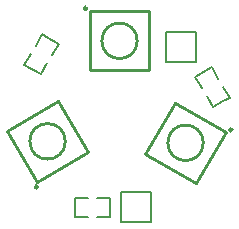
<source format=gto>
G04 Layer: TopSilkLayer*
G04 EasyEDA v5.9.41, Tue, 05 Feb 2019 18:09:35 GMT*
G04 103b8e95693e4c8e91cf80fae80cb03d*
G04 Gerber Generator version 0.2*
G04 Scale: 100 percent, Rotated: No, Reflected: No *
G04 Dimensions in millimeters *
G04 leading zeros omitted , absolute positions ,3 integer and 3 decimal *
%FSLAX33Y33*%
%MOMM*%
G90*
G71D02*

%ADD10C,0.254000*%
%ADD19C,0.200000*%
%ADD20C,0.203200*%
%ADD21C,0.202999*%

%LPD*%
G54D10*
G01X7533Y18699D02*
G01X12533Y18699D01*
G01X12533Y13699D01*
G01X7533Y13699D01*
G01X7533Y18699D01*
G01X3022Y4275D02*
G01X522Y8605D01*
G01X4852Y11105D01*
G01X7352Y6775D01*
G01X3022Y4275D01*
G01X19036Y8478D02*
G01X16536Y4148D01*
G01X12206Y6648D01*
G01X14706Y10978D01*
G01X19036Y8478D01*
G54D19*
G01X3922Y14310D02*
G01X3372Y13357D01*
G01X1986Y14157D01*
G01X2536Y15110D01*
G01X4322Y15002D02*
G01X4872Y15955D01*
G01X4006Y16455D01*
G01X3486Y16755D01*
G01X2936Y15802D01*
G01X8147Y2902D02*
G01X9247Y2902D01*
G01X9247Y1302D01*
G01X8147Y1302D01*
G01X7347Y2902D02*
G01X6247Y2902D01*
G01X6247Y1902D01*
G01X6247Y1302D01*
G01X7347Y1302D01*
G01X17014Y12208D02*
G01X16464Y13161D01*
G01X17850Y13961D01*
G01X18400Y13008D01*
G01X17414Y11515D02*
G01X17964Y10563D01*
G01X18830Y11063D01*
G01X19350Y11363D01*
G01X18800Y12316D01*
G54D20*
G01X16510Y14421D02*
G01X13970Y14421D01*
G01X13970Y16961D01*
G01X16510Y16961D01*
G01X16510Y15056D01*
G54D21*
G01X16510Y14421D02*
G01X16510Y15056D01*
G54D20*
G01X12700Y832D02*
G01X10160Y832D01*
G01X10160Y3372D01*
G01X12700Y3372D01*
G01X12700Y1467D01*
G54D21*
G01X12700Y832D02*
G01X12700Y1467D01*
G54D10*
G75*
G01X11533Y16199D02*
G03X11533Y16199I-1500J0D01*
G01*
G75*
G01X7283Y18949D02*
G03X7283Y18949I-125J0D01*
G01*
G75*
G01X5437Y7690D02*
G03X5437Y7690I-1500J0D01*
G01*
G75*
G01X3118Y3825D02*
G03X3118Y3825I-125J0D01*
G01*
G75*
G01X17122Y7563D02*
G03X17122Y7563I-1500J0D01*
G01*
G75*
G01X19566Y8678D02*
G03X19566Y8678I-125J0D01*
G01*
M00*
M02*

</source>
